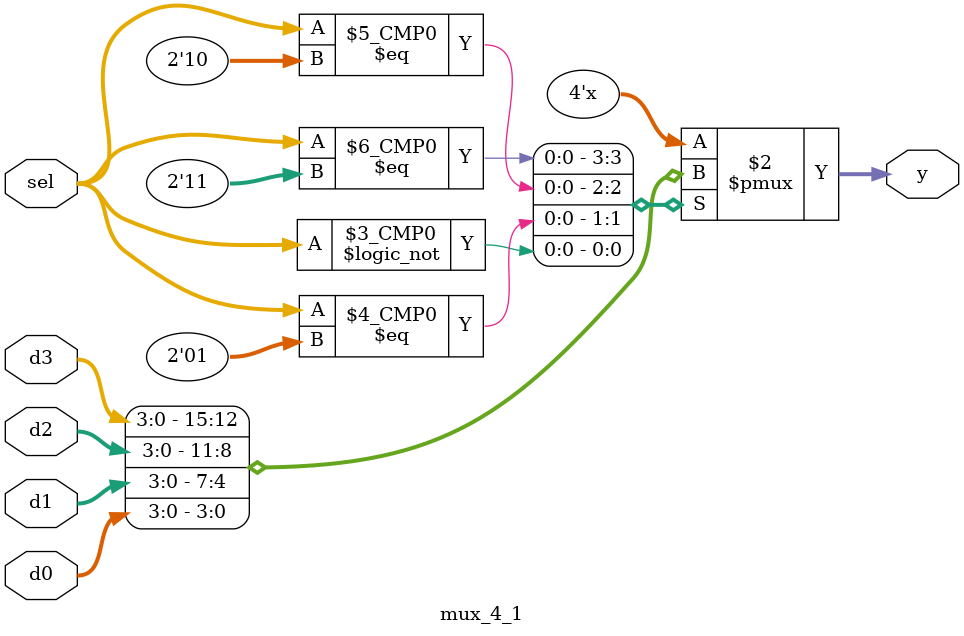
<source format=sv>

module mux_2_1
(
  input        [3:0] d0, d1,
  input              sel,
  output logic [3:0] y
);

  always_comb
    case (sel)
      1'd0: y = d0;
      1'd1: y = d1;
    endcase

endmodule

//----------------------------------------------------------------------------
// Task
//----------------------------------------------------------------------------

module mux_4_1
(
  input        [3:0] d0, d1, d2, d3,
  input        [1:0] sel,
  output logic [3:0] y
);

  // Task:
  // Using code for mux_2_1 as an example,
  // write code for 4:1 mux using the "case" statement
always_comb
    case (sel)
      2'b11: y = d3;  
      2'b10: y = d2; 
      2'b01: y = d1; 
      2'b00: y = d0; 
      default y=0;
    endcase


endmodule

</source>
